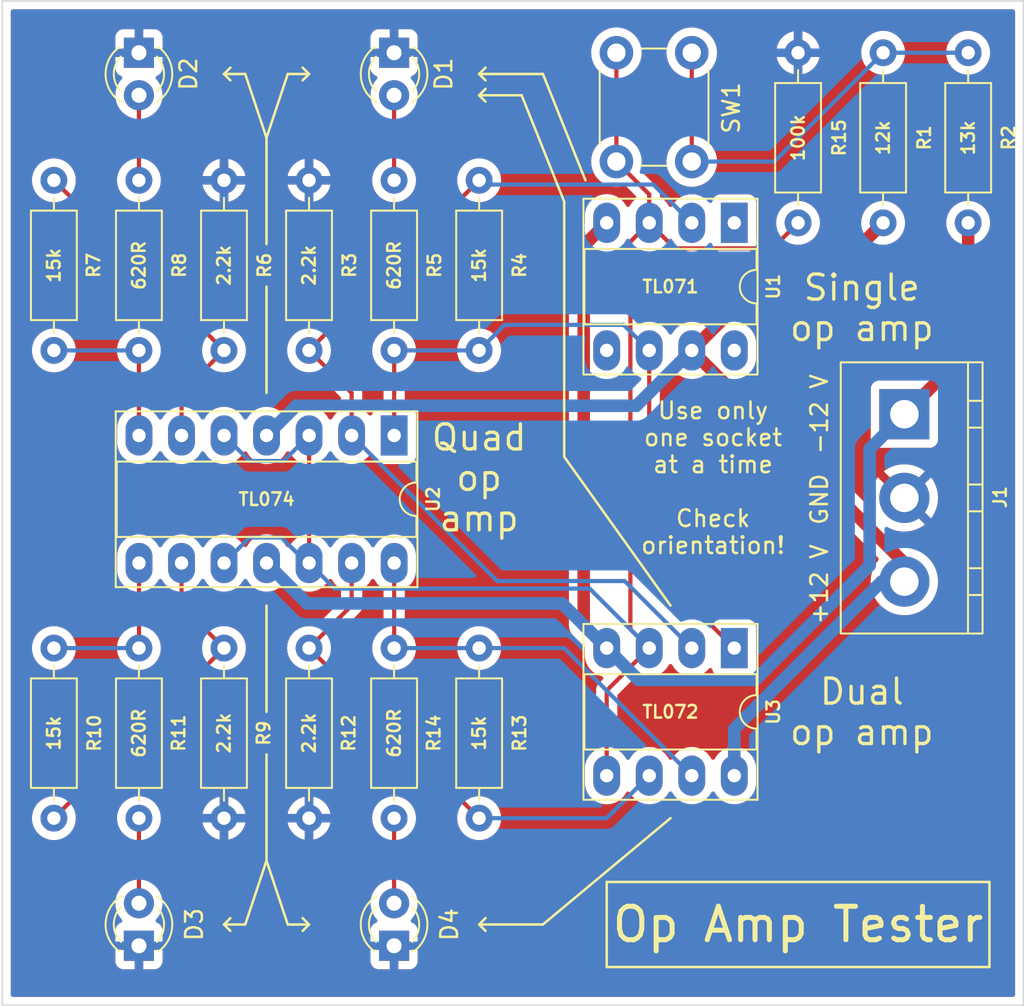
<source format=kicad_pcb>
(kicad_pcb (version 20211014) (generator pcbnew)
  (layers (0 "F.Cu" signal) (31 "B.Cu" signal) (34 "B.Paste" user) (35 "F.Paste" user) (36 "B.SilkS" user "B.Silkscreen") (37 "F.SilkS" user "F.Silkscreen") (38 "B.Mask" user) (39 "F.Mask" user) (44 "Edge.Cuts" user))
  (net 0 "")
  (net 1 "GND")
  (net 2 "Net-(D1-Pad2)")
  (net 3 "Net-(D2-Pad2)")
  (net 4 "Net-(D3-Pad2)")
  (net 5 "Net-(D4-Pad2)")
  (net 6 "+12V")
  (net 7 "-12V")
  (net 8 "INPUT")
  (net 9 "TL074_2")
  (net 10 "TL074_1")
  (net 14 "TL074_13")
  (net 15 "TL074_14")
  (net 16 "Net-(R1-Pad2)")
  (net 17 "Net-(R10-Pad1)")
  (net 18 "Net-(R7-Pad2)")
  (net 19 "Net-(R6-Pad1)")
  (net 20 "Net-(R10-Pad2)")
  (footprint "ao_tht:R_Axial_DIN0207_L6.3mm_D2.5mm_P10.16mm_Horizontal" (layer "F.Cu") (at 137.16 55.88 90)
    (fp_text reference "R8" (at 5.08 2.413 90) (layer "F.SilkS") (effects (font (size 0.75 0.75))))
    (fp_text value "620R")
    (fp_text user "${VALUE}" (at 5.08 0 90) (layer "F.SilkS") (effects (font (size 0.75 0.75))))
    (fp_line (start 1.81 1.37) (end 8.35 1.37) (layer "F.SilkS") (width 0.12))
    (fp_line (start 8.35 1.37) (end 8.35 -1.37) (layer "F.SilkS") (width 0.12))
    (fp_line (start 8.35 -1.37) (end 1.81 -1.37) (layer "F.SilkS") (width 0.12))
    (fp_line (start 1.81 -1.37) (end 1.81 1.37) (layer "F.SilkS") (width 0.12))
    (fp_line (start 1.04 0) (end 1.81 0) (layer "F.SilkS") (width 0.12))
    (fp_line (start 9.12 0) (end 8.35 0) (layer "F.SilkS") (width 0.12))
    (pad "1" thru_hole circle locked (at 0 0 90) (size 1.6 1.6) (drill 0.8) (layers *.Cu *.Mask) (net 18 "Net-(R7-Pad2)"))
    (pad "2" thru_hole oval locked (at 10.16 0 90) (size 1.6 1.6) (drill 0.8) (layers *.Cu *.Mask) (net 3 "Net-(D2-Pad2)"))
  )
  (footprint "ao_tht:R_Axial_DIN0207_L6.3mm_D2.5mm_P10.16mm_Horizontal" (layer "F.Cu") (at 152.4 55.88 90)
    (fp_text reference "R5" (at 5.08 2.413 90) (layer "F.SilkS") (effects (font (size 0.75 0.75))))
    (fp_text value "620R")
    (fp_text user "${VALUE}" (at 5.08 0 90) (layer "F.SilkS") (effects (font (size 0.75 0.75))))
    (fp_line (start 1.04 0) (end 1.81 0) (layer "F.SilkS") (width 0.12))
    (fp_line (start 8.35 -1.37) (end 1.81 -1.37) (layer "F.SilkS") (width 0.12))
    (fp_line (start 8.35 1.37) (end 8.35 -1.37) (layer "F.SilkS") (width 0.12))
    (fp_line (start 9.12 0) (end 8.35 0) (layer "F.SilkS") (width 0.12))
    (fp_line (start 1.81 1.37) (end 8.35 1.37) (layer "F.SilkS") (width 0.12))
    (fp_line (start 1.81 -1.37) (end 1.81 1.37) (layer "F.SilkS") (width 0.12))
    (pad "1" thru_hole circle locked (at 0 0 90) (size 1.6 1.6) (drill 0.8) (layers *.Cu *.Mask) (net 10 "TL074_1"))
    (pad "2" thru_hole oval locked (at 10.16 0 90) (size 1.6 1.6) (drill 0.8) (layers *.Cu *.Mask) (net 2 "Net-(D1-Pad2)"))
  )
  (footprint "ao_tht:DIP-14_W7.62mm_Socket_LongPads" (layer "F.Cu") (at 152.405 60.96 -90)
    (fp_text reference "U2" (at 3.81 -2.33 90) (layer "F.SilkS") (effects (font (size 0.75 0.75))))
    (fp_text value "TL074")
    (fp_text user "${VALUE}" (at 3.81 7.62) (layer "F.SilkS") (effects (font (size 0.75 0.75))))
    (fp_line (start -1.44 16.63) (end 9.06 16.63) (layer "F.SilkS") (width 0.12))
    (fp_line (start 9.06 -1.39) (end -1.44 -1.39) (layer "F.SilkS") (width 0.12))
    (fp_line (start 1.56 16.57) (end 6.06 16.57) (layer "F.SilkS") (width 0.12))
    (fp_line (start 2.81 -1.33) (end 1.56 -1.33) (layer "F.SilkS") (width 0.12))
    (fp_line (start 9.06 16.63) (end 9.06 -1.39) (layer "F.SilkS") (width 0.12))
    (fp_line (start 1.56 -1.33) (end 1.56 16.57) (layer "F.SilkS") (width 0.12))
    (fp_line (start -1.44 -1.39) (end -1.44 16.63) (layer "F.SilkS") (width 0.12))
    (fp_line (start 6.06 -1.33) (end 4.81 -1.33) (layer "F.SilkS") (width 0.12))
    (fp_line (start 6.06 16.57) (end 6.06 -1.33) (layer "F.SilkS") (width 0.12))
    (fp_arc (start 4.81 -1.33) (mid 3.81 -0.33) (end 2.81 -1.33) (layer "F.SilkS") (width 0.12))
    (pad "1" thru_hole rect locked (at 0 0 270) (size 2.4 1.6) (drill 0.8) (layers *.Cu *.Mask) (net 10 "TL074_1"))
    (pad "2" thru_hole oval locked (at 0 2.54 270) (size 2.4 1.6) (drill 0.8) (layers *.Cu *.Mask) (net 9 "TL074_2"))
    (pad "3" thru_hole oval locked (at 0 5.08 270) (size 2.4 1.6) (drill 0.8) (layers *.Cu *.Mask) (net 8 "INPUT"))
    (pad "4" thru_hole oval locked (at 0 7.62 270) (size 2.4 1.6) (drill 0.8) (layers *.Cu *.Mask) (net 6 "+12V"))
    (pad "5" thru_hole oval locked (at 0 10.16 270) (size 2.4 1.6) (drill 0.8) (layers *.Cu *.Mask) (net 8 "INPUT"))
    (pad "6" thru_hole oval locked (at 0 12.7 270) (size 2.4 1.6) (drill 0.8) (layers *.Cu *.Mask) (net 19 "Net-(R6-Pad1)"))
    (pad "7" thru_hole oval locked (at 0 15.24 270) (size 2.4 1.6) (drill 0.8) (layers *.Cu *.Mask) (net 18 "Net-(R7-Pad2)"))
    (pad "8" thru_hole oval locked (at 7.62 15.24 270) (size 2.4 1.6) (drill 0.8) (layers *.Cu *.Mask) (net 20 "Net-(R10-Pad2)"))
    (pad "9" thru_hole oval locked (at 7.62 12.7 270) (size 2.4 1.6) (drill 0.8) (layers *.Cu *.Mask) (net 17 "Net-(R10-Pad1)"))
    (pad "10" thru_hole oval locked (at 7.62 10.16 270) (size 2.4 1.6) (drill 0.8) (layers *.Cu *.Mask) (net 8 "INPUT"))
    (pad "11" thru_hole oval locked (at 7.62 7.62 270) (size 2.4 1.6) (drill 0.8) (layers *.Cu *.Mask) (net 7 "-12V"))
    (pad "12" thru_hole oval locked (at 7.62 5.08 270) (size 2.4 1.6) (drill 0.8) (layers *.Cu *.Mask) (net 8 "INPUT"))
    (pad "13" thru_hole oval locked (at 7.62 2.54 270) (size 2.4 1.6) (drill 0.8) (layers *.Cu *.Mask) (net 14 "TL074_13"))
    (pad "14" thru_hole oval locked (at 7.62 0 270) (size 2.4 1.6) (drill 0.8) (layers *.Cu *.Mask) (net 15 "TL074_14"))
  )
  (footprint "ao_tht:R_Axial_DIN0207_L6.3mm_D2.5mm_P10.16mm_Horizontal" (layer "F.Cu") (at 132.08 83.82 90)
    (fp_text reference "R10" (at 5.08 2.413 90) (layer "F.SilkS") (effects (font (size 0.75 0.75))))
    (fp_text value "15k")
    (fp_text user "${VALUE}" (at 5.08 0 90) (layer "F.SilkS") (effects (font (size 0.75 0.75))))
    (fp_line (start 8.35 1.37) (end 8.35 -1.37) (layer "F.SilkS") (width 0.12))
    (fp_line (start 8.35 -1.37) (end 1.81 -1.37) (layer "F.SilkS") (width 0.12))
    (fp_line (start 1.04 0) (end 1.81 0) (layer "F.SilkS") (width 0.12))
    (fp_line (start 9.12 0) (end 8.35 0) (layer "F.SilkS") (width 0.12))
    (fp_line (start 1.81 -1.37) (end 1.81 1.37) (layer "F.SilkS") (width 0.12))
    (fp_line (start 1.81 1.37) (end 8.35 1.37) (layer "F.SilkS") (width 0.12))
    (pad "1" thru_hole circle locked (at 0 0 90) (size 1.6 1.6) (drill 0.8) (layers *.Cu *.Mask) (net 17 "Net-(R10-Pad1)"))
    (pad "2" thru_hole oval locked (at 10.16 0 90) (size 1.6 1.6) (drill 0.8) (layers *.Cu *.Mask) (net 20 "Net-(R10-Pad2)"))
  )
  (footprint "ao_tht:R_Axial_DIN0207_L6.3mm_D2.5mm_P10.16mm_Horizontal" (layer "F.Cu") (at 147.32 73.66 -90)
    (fp_text reference "R12" (at 5.08 -2.37 90) (layer "F.SilkS") (effects (font (size 0.75 0.75))))
    (fp_text value "2.2k")
    (fp_text user "${VALUE}" (at 5.08 0 90) (layer "F.SilkS") (effects (font (size 0.75 0.75))))
    (fp_line (start 1.81 -1.37) (end 1.81 1.37) (layer "F.SilkS") (width 0.12))
    (fp_line (start 8.35 -1.37) (end 1.81 -1.37) (layer "F.SilkS") (width 0.12))
    (fp_line (start 9.12 0) (end 8.35 0) (layer "F.SilkS") (width 0.12))
    (fp_line (start 1.04 0) (end 1.81 0) (layer "F.SilkS") (width 0.12))
    (fp_line (start 1.81 1.37) (end 8.35 1.37) (layer "F.SilkS") (width 0.12))
    (fp_line (start 8.35 1.37) (end 8.35 -1.37) (layer "F.SilkS") (width 0.12))
    (pad "1" thru_hole circle locked (at 0 0 270) (size 1.6 1.6) (drill 0.8) (layers *.Cu *.Mask) (net 14 "TL074_13"))
    (pad "2" thru_hole oval locked (at 10.16 0 270) (size 1.6 1.6) (drill 0.8) (layers *.Cu *.Mask) (net 1 "GND"))
  )
  (footprint "ao_tht:DIP-8_W7.62mm_Socket_LongPads" (layer "F.Cu") (at 172.72 48.26 -90)
    (fp_text reference "U1" (at 3.81 -2.33 90) (layer "F.SilkS") (effects (font (size 0.75 0.75))))
    (fp_text value "TL071")
    (fp_text user "${VALUE}" (at 3.81 3.81) (layer "F.SilkS") (effects (font (size 0.75 0.75))))
    (fp_line (start 9.06 9.01) (end 9.06 -1.39) (layer "F.SilkS") (width 0.12))
    (fp_line (start 6.06 -1.33) (end 4.81 -1.33) (layer "F.SilkS") (width 0.12))
    (fp_line (start 9.06 -1.39) (end -1.44 -1.39) (layer "F.SilkS") (width 0.12))
    (fp_line (start -1.44 -1.39) (end -1.44 9.01) (layer "F.SilkS") (width 0.12))
    (fp_line (start -1.44 9.01) (end 9.06 9.01) (layer "F.SilkS") (width 0.12))
    (fp_line (start 1.56 8.95) (end 6.06 8.95) (layer "F.SilkS") (width 0.12))
    (fp_line (start 1.56 -1.33) (end 1.56 8.95) (layer "F.SilkS") (width 0.12))
    (fp_line (start 2.81 -1.33) (end 1.56 -1.33) (layer "F.SilkS") (width 0.12))
    (fp_line (start 6.06 8.95) (end 6.06 -1.33) (layer "F.SilkS") (width 0.12))
    (fp_arc (start 4.81 -1.33) (mid 3.81 -0.33) (end 2.81 -1.33) (layer "F.SilkS") (width 0.12))
    (pad "1" thru_hole rect locked (at 0 0 270) (size 2.4 1.6) (drill 0.8) (layers *.Cu *.Mask))
    (pad "2" thru_hole oval locked (at 0 2.54 270) (size 2.4 1.6) (drill 0.8) (layers *.Cu *.Mask) (net 9 "TL074_2"))
    (pad "3" thru_hole oval locked (at 0 5.08 270) (size 2.4 1.6) (drill 0.8) (layers *.Cu *.Mask) (net 8 "INPUT"))
    (pad "4" thru_hole oval locked (at 0 7.62 270) (size 2.4 1.6) (drill 0.8) (layers *.Cu *.Mask) (net 7 "-12V"))
    (pad "5" thru_hole oval locked (at 7.62 7.62 270) (size 2.4 1.6) (drill 0.8) (layers *.Cu *.Mask))
    (pad "6" thru_hole oval locked (at 7.62 5.08 270) (size 2.4 1.6) (drill 0.8) (layers *.Cu *.Mask) (net 10 "TL074_1"))
    (pad "7" thru_hole oval locked (at 7.62 2.54 270) (size 2.4 1.6) (drill 0.8) (layers *.Cu *.Mask) (net 6 "+12V"))
    (pad "8" thru_hole oval locked (at 7.62 0 270) (size 2.4 1.6) (drill 0.8) (layers *.Cu *.Mask))
  )
  (footprint "ao_tht:R_Axial_DIN0207_L6.3mm_D2.5mm_P10.16mm_Horizontal" (layer "F.Cu") (at 186.69 38.1 -90)
    (fp_text reference "R2" (at 5.08 -2.413 90) (layer "F.SilkS") (effects (font (size 0.75 0.75))))
    (fp_text value "13k")
    (fp_text user "${VALUE}" (at 5.08 0 90) (layer "F.SilkS") (effects (font (size 0.75 0.75))))
    (fp_line (start 1.04 0) (end 1.81 0) (layer "F.SilkS") (width 0.12))
    (fp_line (start 1.81 -1.37) (end 1.81 1.37) (layer "F.SilkS") (width 0.12))
    (fp_line (start 9.12 0) (end 8.35 0) (layer "F.SilkS") (width 0.12))
    (fp_line (start 8.35 1.37) (end 8.35 -1.37) (layer "F.SilkS") (width 0.12))
    (fp_line (start 8.35 -1.37) (end 1.81 -1.37) (layer "F.SilkS") (width 0.12))
    (fp_line (start 1.81 1.37) (end 8.35 1.37) (layer "F.SilkS") (width 0.12))
    (pad "1" thru_hole circle locked (at 0 0 270) (size 1.6 1.6) (drill 0.8) (layers *.Cu *.Mask) (net 16 "Net-(R1-Pad2)"))
    (pad "2" thru_hole oval locked (at 10.16 0 270) (size 1.6 1.6) (drill 0.8) (layers *.Cu *.Mask) (net 7 "-12V"))
  )
  (footprint "ao_tht:R_Axial_DIN0207_L6.3mm_D2.5mm_P10.16mm_Horizontal" (layer "F.Cu") (at 157.48 83.82 90)
    (fp_text reference "R13" (at 5.08 2.413 90) (layer "F.SilkS") (effects (font (size 0.75 0.75))))
    (fp_text value "15k")
    (fp_text user "${VALUE}" (at 5.08 0 90) (layer "F.SilkS") (effects (font (size 0.75 0.75))))
    (fp_line (start 1.04 0) (end 1.81 0) (layer "F.SilkS") (width 0.12))
    (fp_line (start 1.81 -1.37) (end 1.81 1.37) (layer "F.SilkS") (width 0.12))
    (fp_line (start 8.35 1.37) (end 8.35 -1.37) (layer "F.SilkS") (width 0.12))
    (fp_line (start 9.12 0) (end 8.35 0) (layer "F.SilkS") (width 0.12))
    (fp_line (start 8.35 -1.37) (end 1.81 -1.37) (layer "F.SilkS") (width 0.12))
    (fp_line (start 1.81 1.37) (end 8.35 1.37) (layer "F.SilkS") (width 0.12))
    (pad "1" thru_hole circle locked (at 0 0 90) (size 1.6 1.6) (drill 0.8) (layers *.Cu *.Mask) (net 14 "TL074_13"))
    (pad "2" thru_hole oval locked (at 10.16 0 90) (size 1.6 1.6) (drill 0.8) (layers *.Cu *.Mask) (net 15 "TL074_14"))
  )
  (footprint "ao_tht:R_Axial_DIN0207_L6.3mm_D2.5mm_P10.16mm_Horizontal" (layer "F.Cu") (at 137.16 73.66 -90)
    (fp_text reference "R11" (at 5.08 -2.37 90) (layer "F.SilkS") (effects (font (size 0.75 0.75))))
    (fp_text value "620R")
    (fp_text user "${VALUE}" (at 5.08 0 90) (layer "F.SilkS") (effects (font (size 0.75 0.75))))
    (fp_line (start 8.35 -1.37) (end 1.81 -1.37) (layer "F.SilkS") (width 0.12))
    (fp_line (start 1.81 1.37) (end 8.35 1.37) (layer "F.SilkS") (width 0.12))
    (fp_line (start 1.04 0) (end 1.81 0) (layer "F.SilkS") (width 0.12))
    (fp_line (start 8.35 1.37) (end 8.35 -1.37) (layer "F.SilkS") (width 0.12))
    (fp_line (start 1.81 -1.37) (end 1.81 1.37) (layer "F.SilkS") (width 0.12))
    (fp_line (start 9.12 0) (end 8.35 0) (layer "F.SilkS") (width 0.12))
    (pad "1" thru_hole circle locked (at 0 0 270) (size 1.6 1.6) (drill 0.8) (layers *.Cu *.Mask) (net 20 "Net-(R10-Pad2)"))
    (pad "2" thru_hole oval locked (at 10.16 0 270) (size 1.6 1.6) (drill 0.8) (layers *.Cu *.Mask) (net 4 "Net-(D3-Pad2)"))
  )
  (footprint "LED_THT:LED_D3.0mm" (layer "F.Cu") (at 137.16 91.44 90)
    (fp_text reference "D3" (at 1.27 3.302 90) (layer "F.SilkS"))
    (fp_text value "LED_red")
    (fp_line (start -0.29 1.08) (end -0.29 1.236) (layer "F.SilkS") (width 0.12))
    (fp_line (start -0.29 -1.236) (end -0.29 -1.08) (layer "F.SilkS") (width 0.12))
    (fp_arc (start 0.229039 -1.08) (mid 1.270117 -1.5) (end 2.31113 -1.079837) (layer "F.SilkS") (width 0.12))
    (fp_arc (start 2.942335 1.078608) (mid 1.366487 1.987659) (end -0.29 1.235516) (layer "F.SilkS") (width 0.12))
    (fp_arc (start -0.29 -1.235516) (mid 1.366487 -1.987659) (end 2.942335 -1.078608) (layer "F.SilkS") (width 0.12))
    (fp_arc (start 2.31113 1.079837) (mid 1.270117 1.5) (end 0.229039 1.08) (layer "F.SilkS") (width 0.12))
    (pad "1" thru_hole rect locked (at 0 0 90) (size 1.8 1.8) (drill 0.9) (layers *.Cu *.Mask) (net 1 "GND"))
    (pad "2" thru_hole circle locked (at 2.54 0 90) (size 1.8 1.8) (drill 0.9) (layers *.Cu *.Mask) (net 4 "Net-(D3-Pad2)"))
  )
  (footprint "ao_tht:R_Axial_DIN0207_L6.3mm_D2.5mm_P10.16mm_Horizontal" (layer "F.Cu") (at 142.24 55.88 90)
    (fp_text reference "R6" (at 5.08 2.413 90) (layer "F.SilkS") (effects (font (size 0.75 0.75))))
    (fp_text value "2.2k")
    (fp_text user "${VALUE}" (at 5.08 0 90) (layer "F.SilkS") (effects (font (size 0.75 0.75))))
    (fp_line (start 8.35 1.37) (end 8.35 -1.37) (layer "F.SilkS") (width 0.12))
    (fp_line (start 8.35 -1.37) (end 1.81 -1.37) (layer "F.SilkS") (width 0.12))
    (fp_line (start 1.81 -1.37) (end 1.81 1.37) (layer "F.SilkS") (width 0.12))
    (fp_line (start 9.12 0) (end 8.35 0) (layer "F.SilkS") (width 0.12))
    (fp_line (start 1.81 1.37) (end 8.35 1.37) (layer "F.SilkS") (width 0.12))
    (fp_line (start 1.04 0) (end 1.81 0) (layer "F.SilkS") (width 0.12))
    (pad "1" thru_hole circle locked (at 0 0 90) (size 1.6 1.6) (drill 0.8) (layers *.Cu *.Mask) (net 19 "Net-(R6-Pad1)"))
    (pad "2" thru_hole oval locked (at 10.16 0 90) (size 1.6 1.6) (drill 0.8) (layers *.Cu *.Mask) (net 1 "GND"))
  )
  (footprint "ao_tht:R_Axial_DIN0207_L6.3mm_D2.5mm_P10.16mm_Horizontal" (layer "F.Cu") (at 181.61 48.26 90)
    (fp_text reference "R1" (at 5.08 2.456 90) (layer "F.SilkS") (effects (font (size 0.75 0.75))))
    (fp_text value "12k")
    (fp_text user "${VALUE}" (at 5.08 0 90) (layer "F.SilkS") (effects (font (size 0.75 0.75))))
    (fp_line (start 8.35 -1.37) (end 1.81 -1.37) (layer "F.SilkS") (width 0.12))
    (fp_line (start 9.12 0) (end 8.35 0) (layer "F.SilkS") (width 0.12))
    (fp_line (start 1.04 0) (end 1.81 0) (layer "F.SilkS") (width 0.12))
    (fp_line (start 1.81 1.37) (end 8.35 1.37) (layer "F.SilkS") (width 0.12))
    (fp_line (start 1.81 -1.37) (end 1.81 1.37) (layer "F.SilkS") (width 0.12))
    (fp_line (start 8.35 1.37) (end 8.35 -1.37) (layer "F.SilkS") (width 0.12))
    (pad "1" thru_hole circle locked (at 0 0 90) (size 1.6 1.6) (drill 0.8) (layers *.Cu *.Mask) (net 6 "+12V"))
    (pad "2" thru_hole oval locked (at 10.16 0 90) (size 1.6 1.6) (drill 0.8) (layers *.Cu *.Mask) (net 16 "Net-(R1-Pad2)"))
  )
  (footprint "ao_tht:DIP-8_W7.62mm_Socket_LongPads" (layer "F.Cu") (at 172.72 73.66 -90)
    (fp_text reference "U3" (at 3.81 -2.33 90) (layer "F.SilkS") (effects (font (size 0.75 0.75))))
    (fp_text value "TL072")
    (fp_text user "${VALUE}" (at 3.81 3.81) (layer "F.SilkS") (effects (font (size 0.75 0.75))))
    (fp_line (start 2.81 -1.33) (end 1.56 -1.33) (layer "F.SilkS") (width 0.12))
    (fp_line (start 1.56 8.95) (end 6.06 8.95) (layer "F.SilkS") (width 0.12))
    (fp_line (start -1.44 9.01) (end 9.06 9.01) (layer "F.SilkS") (width 0.12))
    (fp_line (start -1.44 -1.39) (end -1.44 9.01) (layer "F.SilkS") (width 0.12))
    (fp_line (start 9.06 -1.39) (end -1.44 -1.39) (layer "F.SilkS") (width 0.12))
    (fp_line (start 6.06 8.95) (end 6.06 -1.33) (layer "F.SilkS") (width 0.12))
    (fp_line (start 6.06 -1.33) (end 4.81 -1.33) (layer "F.SilkS") (width 0.12))
    (fp_line (start 9.06 9.01) (end 9.06 -1.39) (layer "F.SilkS") (width 0.12))
    (fp_line (start 1.56 -1.33) (end 1.56 8.95) (layer "F.SilkS") (width 0.12))
    (fp_arc (start 4.81 -1.33) (mid 3.81 -0.33) (end 2.81 -1.33) (layer "F.SilkS") (width 0.12))
    (pad "1" thru_hole rect locked (at 0 0 270) (size 2.4 1.6) (drill 0.8) (layers *.Cu *.Mask) (net 10 "TL074_1"))
    (pad "2" thru_hole oval locked (at 0 2.54 270) (size 2.4 1.6) (drill 0.8) (layers *.Cu *.Mask) (net 9 "TL074_2"))
    (pad "3" thru_hole oval locked (at 0 5.08 270) (size 2.4 1.6) (drill 0.8) (layers *.Cu *.Mask) (net 8 "INPUT"))
    (pad "4" thru_hole oval locked (at 0 7.62 270) (size 2.4 1.6) (drill 0.8) (layers *.Cu *.Mask) (net 7 "-12V"))
    (pad "5" thru_hole oval locked (at 7.62 7.62 270) (size 2.4 1.6) (drill 0.8) (layers *.Cu *.Mask) (net 8 "INPUT"))
    (pad "6" thru_hole oval locked (at 7.62 5.08 270) (size 2.4 1.6) (drill 0.8) (layers *.Cu *.Mask) (net 14 "TL074_13"))
    (pad "7" thru_hole oval locked (at 7.62 2.54 270) (size 2.4 1.6) (drill 0.8) (layers *.Cu *.Mask) (net 15 "TL074_14"))
    (pad "8" thru_hole oval locked (at 7.62 0 270) (size 2.4 1.6) (drill 0.8) (layers *.Cu *.Mask) (net 6 "+12V"))
  )
  (footprint "ao_tht:R_Axial_DIN0207_L6.3mm_D2.5mm_P10.16mm_Horizontal" (layer "F.Cu") (at 152.4 73.66 -90)
    (fp_text reference "R14" (at 5.08 -2.37 90) (layer "F.SilkS") (effects (font (size 0.75 0.75))))
    (fp_text value "620R")
    (fp_text user "${VALUE}" (at 5.08 0 90) (layer "F.SilkS") (effects (font (size 0.75 0.75))))
    (fp_line (start 8.35 -1.37) (end 1.81 -1.37) (layer "F.SilkS") (width 0.12))
    (fp_line (start 1.04 0) (end 1.81 0) (layer "F.SilkS") (width 0.12))
    (fp_line (start 1.81 -1.37) (end 1.81 1.37) (layer "F.SilkS") (width 0.12))
    (fp_line (start 1.81 1.37) (end 8.35 1.37) (layer "F.SilkS") (width 0.12))
    (fp_line (start 9.12 0) (end 8.35 0) (layer "F.SilkS") (width 0.12))
    (fp_line (start 8.35 1.37) (end 8.35 -1.37) (layer "F.SilkS") (width 0.12))
    (pad "1" thru_hole circle locked (at 0 0 270) (size 1.6 1.6) (drill 0.8) (layers *.Cu *.Mask) (net 15 "TL074_14"))
    (pad "2" thru_hole oval locked (at 10.16 0 270) (size 1.6 1.6) (drill 0.8) (layers *.Cu *.Mask) (net 5 "Net-(D4-Pad2)"))
  )
  (footprint "ao_tht:R_Axial_DIN0207_L6.3mm_D2.5mm_P10.16mm_Horizontal" (layer "F.Cu") (at 147.32 55.88 90)
    (fp_text reference "R3" (at 5.08 2.413 90) (layer "F.SilkS") (effects (font (size 0.75 0.75))))
    (fp_text value "2.2k")
    (fp_text user "${VALUE}" (at 5.08 0 90) (layer "F.SilkS") (effects (font (size 0.75 0.75))))
    (fp_line (start 1.04 0) (end 1.81 0) (layer "F.SilkS") (width 0.12))
    (fp_line (start 8.35 1.37) (end 8.35 -1.37) (layer "F.SilkS") (width 0.12))
    (fp_line (start 1.81 1.37) (end 8.35 1.37) (layer "F.SilkS") (width 0.12))
    (fp_line (start 1.81 -1.37) (end 1.81 1.37) (layer "F.SilkS") (width 0.12))
    (fp_line (start 9.12 0) (end 8.35 0) (layer "F.SilkS") (width 0.12))
    (fp_line (start 8.35 -1.37) (end 1.81 -1.37) (layer "F.SilkS") (width 0.12))
    (pad "1" thru_hole circle locked (at 0 0 90) (size 1.6 1.6) (drill 0.8) (layers *.Cu *.Mask) (net 9 "TL074_2"))
    (pad "2" thru_hole oval locked (at 10.16 0 90) (size 1.6 1.6) (drill 0.8) (layers *.Cu *.Mask) (net 1 "GND"))
  )
  (footprint "ao_tht:R_Axial_DIN0207_L6.3mm_D2.5mm_P10.16mm_Horizontal" (layer "F.Cu") (at 157.48 45.72 -90)
    (fp_text reference "R4" (at 5.08 -2.413 90) (layer "F.SilkS") (effects (font (size 0.75 0.75))))
    (fp_text value "15k")
    (fp_text user "${VALUE}" (at 5.08 0 90) (layer "F.SilkS") (effects (font (size 0.75 0.75))))
    (fp_line (start 9.12 0) (end 8.35 0) (layer "F.SilkS") (width 0.12))
    (fp_line (start 1.81 1.37) (end 8.35 1.37) (layer "F.SilkS") (width 0.12))
    (fp_line (start 8.35 -1.37) (end 1.81 -1.37) (layer "F.SilkS") (width 0.12))
    (fp_line (start 1.81 -1.37) (end 1.81 1.37) (layer "F.SilkS") (width 0.12))
    (fp_line (start 1.04 0) (end 1.81 0) (layer "F.SilkS") (width 0.12))
    (fp_line (start 8.35 1.37) (end 8.35 -1.37) (layer "F.SilkS") (width 0.12))
    (pad "1" thru_hole circle locked (at 0 0 270) (size 1.6 1.6) (drill 0.8) (layers *.Cu *.Mask) (net 9 "TL074_2"))
    (pad "2" thru_hole oval locked (at 10.16 0 270) (size 1.6 1.6) (drill 0.8) (layers *.Cu *.Mask) (net 10 "TL074_1"))
  )
  (footprint "ao_tht:R_Axial_DIN0207_L6.3mm_D2.5mm_P10.16mm_Horizontal" (layer "F.Cu") (at 176.53 48.26 90)
    (fp_text reference "R15" (at 5.08 2.456 90) (layer "F.SilkS") (effects (font (size 0.75 0.75))))
    (fp_text value "100k")
    (fp_text user "${VALUE}" (at 5.08 0 90) (layer "F.SilkS") (effects (font (size 0.75 0.75))))
    (fp_line (start 8.35 1.37) (end 8.35 -1.37) (layer "F.SilkS") (width 0.12))
    (fp_line (start 1.81 -1.37) (end 1.81 1.37) (layer "F.SilkS") (width 0.12))
    (fp_line (start 9.12 0) (end 8.35 0) (layer "F.SilkS") (width 0.12))
    (fp_line (start 1.81 1.37) (end 8.35 1.37) (layer "F.SilkS") (width 0.12))
    (fp_line (start 8.35 -1.37) (end 1.81 -1.37) (layer "F.SilkS") (width 0.12))
    (fp_line (start 1.04 0) (end 1.81 0) (layer "F.SilkS") (width 0.12))
    (pad "1" thru_hole circle locked (at 0 0 90) (size 1.6 1.6) (drill 0.8) (layers *.Cu *.Mask) (net 8 "INPUT"))
    (pad "2" thru_hole oval locked (at 10.16 0 90) (size 1.6 1.6) (drill 0.8) (layers *.Cu *.Mask) (net 1 "GND"))
  )
  (footprint "ao_tht:R_Axial_DIN0207_L6.3mm_D2.5mm_P10.16mm_Horizontal" (layer "F.Cu") (at 142.24 73.66 -90)
    (fp_text reference "R9" (at 5.08 -2.37 90) (layer "F.SilkS") (effects (font (size 0.75 0.75))))
    (fp_text value "2.2k")
    (fp_text user "${VALUE}" (at 5.08 0 90) (layer "F.SilkS") (effects (font (size 0.75 0.75))))
    (fp_line (start 1.81 -1.37) (end 1.81 1.37) (layer "F.SilkS") (width 0.12))
    (fp_line (start 8.35 1.37) (end 8.35 -1.37) (layer "F.SilkS") (width 0.12))
    (fp_line (start 9.12 0) (end 8.35 0) (layer "F.SilkS") (width 0.12))
    (fp_line (start 8.35 -1.37) (end 1.81 -1.37) (layer "F.SilkS") (width 0.12))
    (fp_line (start 1.04 0) (end 1.81 0) (layer "F.SilkS") (width 0.12))
    (fp_line (start 1.81 1.37) (end 8.35 1.37) (layer "F.SilkS") (width 0.12))
    (pad "1" thru_hole circle locked (at 0 0 270) (size 1.6 1.6) (drill 0.8) (layers *.Cu *.Mask) (net 17 "Net-(R10-Pad1)"))
    (pad "2" thru_hole oval locked (at 10.16 0 270) (size 1.6 1.6) (drill 0.8) (layers *.Cu *.Mask) (net 1 "GND"))
  )
  (footprint "LED_THT:LED_D3.0mm" (layer "F.Cu") (at 152.4 38.1 -90)
    (fp_text reference "D1" (at 1.27 -2.96 90) (layer "F.SilkS"))
    (fp_text value "LED_red")
    (fp_line (start -0.29 1.08) (end -0.29 1.236) (layer "F.SilkS") (width 0.12))
    (fp_line (start -0.29 -1.236) (end -0.29 -1.08) (layer "F.SilkS") (width 0.12))
    (fp_arc (start 0.229039 -1.08) (mid 1.270117 -1.5) (end 2.31113 -1.079837) (layer "F.SilkS") (width 0.12))
    (fp_arc (start 2.31113 1.079837) (mid 1.270117 1.5) (end 0.229039 1.08) (layer "F.SilkS") (width 0.12))
    (fp_arc (start -0.29 -1.235516) (mid 1.366487 -1.987659) (end 2.942335 -1.078608) (layer "F.SilkS") (width 0.12))
    (fp_arc (start 2.942335 1.078608) (mid 1.366487 1.987659) (end -0.29 1.235516) (layer "F.SilkS") (width 0.12))
    (pad "1" thru_hole rect locked (at 0 0 270) (size 1.8 1.8) (drill 0.9) (layers *.Cu *.Mask) (net 1 "GND"))
    (pad "2" thru_hole circle locked (at 2.54 0 270) (size 1.8 1.8) (drill 0.9) (layers *.Cu *.Mask) (net 2 "Net-(D1-Pad2)"))
  )
  (footprint "ao_tht:R_Axial_DIN0207_L6.3mm_D2.5mm_P10.16mm_Horizontal" (layer "F.Cu") (at 132.08 45.72 -90)
    (fp_text reference "R7" (at 5.08 -2.37 90) (layer "F.SilkS") (effects (font (size 0.75 0.75))))
    (fp_text value "15k")
    (fp_text user "${VALUE}" (at 5.08 0 90) (layer "F.SilkS") (effects (font (size 0.75 0.75))))
    (fp_line (start 8.35 -1.37) (end 1.81 -1.37) (layer "F.SilkS") (width 0.12))
    (fp_line (start 8.35 1.37) (end 8.35 -1.37) (layer "F.SilkS") (width 0.12))
    (fp_line (start 9.12 0) (end 8.35 0) (layer "F.SilkS") (width 0.12))
    (fp_line (start 1.04 0) (end 1.81 0) (layer "F.SilkS") (width 0.12))
    (fp_line (start 1.81 1.37) (end 8.35 1.37) (layer "F.SilkS") (width 0.12))
    (fp_line (start 1.81 -1.37) (end 1.81 1.37) (layer "F.SilkS") (width 0.12))
    (pad "1" thru_hole circle locked (at 0 0 270) (size 1.6 1.6) (drill 0.8) (layers *.Cu *.Mask) (net 19 "Net-(R6-Pad1)"))
    (pad "2" thru_hole oval locked (at 10.16 0 270) (size 1.6 1.6) (drill 0.8) (layers *.Cu *.Mask) (net 18 "Net-(R7-Pad2)"))
  )
  (footprint "ao_tht:TerminalBlock_dinkle_pluggable_3_P5.00mm" (layer "F.Cu") (at 182.88 59.69 -90)
    (fp_text reference "J1" (at 4.953 -5.715 -90) (layer "F.SilkS") (effects (font (size 0.75 0.75))))
    (fp_text value "Screw_Terminal_01x03")
    (fp_line (start -3.1 -4.67) (end 13.1 -4.67) (layer "F.SilkS") (width 0.12))
    (fp_line (start -0.6 -3.8) (end 0.6 -3.8) (layer "F.SilkS") (width 0.12))
    (fp_line (start 10.8 -3.8) (end 10.8 -4.6) (layer "F.SilkS") (width 0.12))
    (fp_line (start 13.1 3.8) (end 13.1 -4.67) (layer "F.SilkS") (width 0.12))
    (fp_line (start 4.2 -3.8) (end 4.2 -4.6) (layer "F.SilkS") (width 0.12))
    (fp_line (start 9.2 -3.8) (end 9.2 -4.6) (layer "F.SilkS") (width 0.12))
    (fp_line (start -3.1 3.8) (end 13.1 3.8) (layer "F.SilkS") (width 0.12))
    (fp_line (start -3.1 -4.67) (end -3.1 3.8) (layer "F.SilkS") (width 0.12))
    (fp_line (start 5.8 -3.8) (end 5.8 -4.6) (layer "F.SilkS") (width 0.12))
    (fp_line (start 0.8 -3.8) (end 0.8 -4.6) (layer "F.SilkS") (width 0.12))
    (fp_line (start -3.1 -3.8) (end 13.1 -3.8) (layer "F.SilkS") (width 0.12))
    (fp_line (start -0.8 -4.6) (end -0.8 -3.8) (layer "F.SilkS") (width 0.12))
    (pad "1" thru_hole rect (at 0 0 270) (size 3 3) (drill 1.7) (layers *.Cu *.Mask) (net 7 "-12V"))
    (pad "2" thru_hole circle (at 5 0 270) (size 3 3) (drill 1.7) (layers *.Cu *.Mask) (net 1 "GND"))
    (pad "3" thru_hole circle (at 10 0 270) (size 3 3) (drill 1.7) (layers *.Cu *.Mask) (net 6 "+12V"))
  )
  (footprint "LED_THT:LED_D3.0mm" (layer "F.Cu") (at 152.4 91.44 90)
    (fp_text reference "D4" (at 1.27 3.302 90) (layer "F.SilkS"))
    (fp_text value "LED_red")
    (fp_line (start -0.29 -1.236) (end -0.29 -1.08) (layer "F.SilkS") (width 0.12))
    (fp_line (start -0.29 1.08) (end -0.29 1.236) (layer "F.SilkS") (width 0.12))
    (fp_arc (start 0.229039 -1.08) (mid 1.270117 -1.5) (end 2.31113 -1.079837) (layer "F.SilkS") (width 0.12))
    (fp_arc (start -0.29 -1.235516) (mid 1.366487 -1.987659) (end 2.942335 -1.078608) (layer "F.SilkS") (width 0.12))
    (fp_arc (start 2.942335 1.078608) (mid 1.366487 1.987659) (end -0.29 1.235516) (layer "F.SilkS") (width 0.12))
    (fp_arc (start 2.31113 1.079837) (mid 1.270117 1.5) (end 0.229039 1.08) (layer "F.SilkS") (width 0.12))
    (pad "1" thru_hole rect locked (at 0 0 90) (size 1.8 1.8) (drill 0.9) (layers *.Cu *.Mask) (net 1 "GND"))
    (pad "2" thru_hole circle locked (at 2.54 0 90) (size 1.8 1.8) (drill 0.9) (layers *.Cu *.Mask) (net 5 "Net-(D4-Pad2)"))
  )
  (footprint "Button_Switch_THT:SW_PUSH_6mm" (layer "F.Cu") (at 170.18 38.1 -90)
    (fp_text reference "SW1" (at 3.302 -2.358 90) (layer "F.SilkS"))
    (fp_text value "SW_Push")
    (fp_line (start -0.25 1.5) (end -0.25 3) (layer "F.SilkS") (width 0.12))
    (fp_line (start 5.5 -1) (end 1 -1) (layer "F.SilkS") (width 0.12))
    (fp_line (start 6.75 3) (end 6.75 1.5) (layer "F.SilkS") (width 0.12))
    (fp_line (start 1 5.5) (end 5.5 5.5) (layer "F.SilkS") (width 0.12))
    (pad "1" thru_hole circle locked (at 6.5 0) (size 2 2) (drill 1.1) (layers *.Cu *.Mask) (net 16 "Net-(R1-Pad2)"))
    (pad "1" thru_hole circle locked (at 0 0) (size 2 2) (drill 1.1) (layers *.Cu *.Mask) (net 16 "Net-(R1-Pad2)"))
    (pad "2" thru_hole circle locked (at 6.5 4.5) (size 2 2) (drill 1.1) (layers *.Cu *.Mask) (net 8 "INPUT"))
    (pad "2" thru_hole circle locked (at 0 4.5) (size 2 2) (drill 1.1) (layers *.Cu *.Mask) (net 8 "INPUT"))
  )
  (footprint "LED_THT:LED_D3.0mm" (layer "F.Cu") (at 137.16 38.1 -90)
    (fp_text reference "D2" (at 1.27 -2.96 90) (layer "F.SilkS"))
    (fp_text value "LED_red")
    (fp_line (start -0.29 -1.236) (end -0.29 -1.08) (layer "F.SilkS") (width 0.12))
    (fp_line (start -0.29 1.08) (end -0.29 1.236) (layer "F.SilkS") (width 0.12))
    (fp_arc (start 2.31113 1.079837) (mid 1.270117 1.5) (end 0.229039 1.08) (layer "F.SilkS") (width 0.12))
    (fp_arc (start 2.942335 1.078608) (mid 1.366487 1.987659) (end -0.29 1.235516) (layer "F.SilkS") (width 0.12))
    (fp_arc (start 0.229039 -1.08) (mid 1.270117 -1.5) (end 2.31113 -1.079837) (layer "F.SilkS") (width 0.12))
    (fp_arc (start -0.29 -1.235516) (mid 1.366487 -1.987659) (end 2.942335 -1.078608) (layer "F.SilkS") (width 0.12))
    (pad "1" thru_hole rect locked (at 0 0 270) (size 1.8 1.8) (drill 0.9) (layers *.Cu *.Mask) (net 1 "GND"))
    (pad "2" thru_hole circle locked (at 2.54 0 270) (size 1.8 1.8) (drill 0.9) (layers *.Cu *.Mask) (net 3 "Net-(D2-Pad2)"))
  )
  (gr_line (start 144.78 77.47) (end 144.78 71.12) (layer "F.SilkS") (width 0.15))
  (gr_line (start 147.32 90.17) (end 146.939 90.551) (layer "F.SilkS") (width 0.15))
  (gr_line (start 144.78 80.01) (end 144.78 86.36) (layer "F.SilkS") (width 0.15))
  (gr_line (start 157.48 40.64) (end 157.861 41.021) (layer "F.SilkS") (width 0.15))
  (gr_line (start 157.48 39.37) (end 157.861 39.751) (layer "F.SilkS") (width 0.15))
  (gr_line (start 161.29 90.17) (end 157.48 90.17) (layer "F.SilkS") (width 0.15))
  (gr_line (start 146.05 39.37) (end 147.32 39.37) (layer "F.SilkS") (width 0.15))
  (gr_line (start 160.02 40.64) (end 157.48 40.64) (layer "F.SilkS") (width 0.15))
  (gr_line (start 143.51 39.37) (end 142.24 39.37) (layer "F.SilkS") (width 0.15))
  (gr_line (start 147.32 39.37) (end 146.939 38.989) (layer "F.SilkS") (width 0.15))
  (gr_line (start 142.24 39.37) (end 142.621 38.989) (layer "F.SilkS") (width 0.15))
  (gr_line (start 144.78 86.36) (end 146.05 90.17) (layer "F.SilkS") (width 0.15))
  (gr_line (start 147.32 39.37) (end 146.939 39.751) (layer "F.SilkS") (width 0.15))
  (gr_line (start 143.51 90.17) (end 142.24 90.17) (layer "F.SilkS") (width 0.15))
  (gr_line (start 165.1 92.71) (end 165.1 87.63) (layer "F.SilkS") (width 0.15))
  (gr_line (start 187.96 92.71) (end 165.1 92.71) (layer "F.SilkS") (width 0.15))
  (gr_line (start 157.48 40.64) (end 157.861 40.259) (layer "F.SilkS") (width 0.15))
  (gr_line (start 142.24 39.37) (end 142.621 39.751) (layer "F.SilkS") (width 0.15))
  (gr_line (start 162.56 62.23) (end 162.56 46.99) (layer "F.SilkS") (width 0.15))
  (gr_line (start 157.48 39.37) (end 161.29 39.37) (layer "F.SilkS") (width 0.15))
  (gr_line (start 144.78 49.53) (end 144.78 43.18) (layer "F.SilkS") (width 0.15))
  (gr_line (start 147.32 90.17) (end 146.939 89.789) (layer "F.SilkS") (width 0.15))
  (gr_line (start 142.24 90.17) (end 142.621 89.789) (layer "F.SilkS") (width 0.15))
  (gr_line (start 144.78 43.18) (end 146.05 39.37) (layer "F.SilkS") (width 0.15))
  (gr_line (start 162.56 46.99) (end 160.02 40.64) (layer "F.SilkS") (width 0.15))
  (gr_line (start 142.24 90.17) (end 142.621 90.551) (layer "F.SilkS") (width 0.15))
  (gr_line (start 157.48 90.17) (end 157.861 89.789) (layer "F.SilkS") (width 0.15))
  (gr_line (start 157.48 90.17) (end 157.861 90.551) (layer "F.SilkS") (width 0.15))
  (gr_line (start 165.1 87.63) (end 187.96 87.63) (layer "F.SilkS") (width 0.15))
  (gr_line (start 144.78 86.36) (end 143.51 90.17) (layer "F.SilkS") (width 0.15))
  (gr_line (start 146.05 90.17) (end 147.32 90.17) (layer "F.SilkS") (width 0.15))
  (gr_line (start 168.91 83.82) (end 161.29 90.17) (layer "F.SilkS") (width 0.15))
  (gr_line (start 144.78 52.07) (end 144.78 58.42) (layer "F.SilkS") (width 0.15))
  (gr_line (start 157.48 39.37) (end 157.861 38.989) (layer "F.SilkS") (width 0.15))
  (gr_line (start 187.96 87.63) (end 187.96 92.71) (layer "F.SilkS") (width 0.15))
  (gr_line (start 144.78 43.18) (end 143.51 39.37) (layer "F.SilkS") (width 0.15))
  (gr_line (start 168.91 71.12) (end 162.56 62.23) (layer "F.SilkS") (width 0.15))
  (gr_line (start 161.29 39.37) (end 163.83 45.72) (layer "F.SilkS") (width 0.15))
  (gr_line (start 129 95) (end 129 35) (layer "Edge.Cuts") (width 0.1))
  (gr_line (start 129 35) (end 190 35) (layer "Edge.Cuts") (width 0.1))
  (gr_line (start 190 95) (end 129 95) (layer "Edge.Cuts") (width 0.1))
  (gr_line (start 190 35) (end 190 95) (layer "Edge.Cuts") (width 0.1))
  (gr_text "GND" (at 177.8 64.77 90) (layer "F.SilkS") (effects (font (size 1 1))))
  (gr_text "Quad\nop\namp" (at 157.48 63.5) (layer "F.SilkS") (effects (font (size 1.5 1.5) (thickness 0.2))))
  (gr_text "+12 V" (at 177.8 69.85 90) (layer "F.SilkS") (effects (font (size 1 1))))
  (gr_text "Use only\none socket\nat a time\n\nCheck\norientation!" (at 171.45 63.5) (layer "F.SilkS") (effects (font (size 1 1))))
  (gr_text "Dual\nop amp" (at 180.34 77.47) (layer "F.SilkS") (effects (font (size 1.5 1.5) (thickness 0.2))))
  (gr_text "Op Amp Tester" (at 176.53 90.17) (layer "F.SilkS") (effects (font (size 2 2) (thickness 0.3))))
  (gr_text "Single\nop amp" (at 180.34 53.34) (layer "F.SilkS") (effects (font (size 1.5 1.5) (thickness 0.2))))
  (gr_text "-12 V" (at 177.8 59.69 90) (layer "F.SilkS") (effects (font (size 1 1))))
  (segment (start 152.4 40.64) (end 152.4 45.72) (width 0.25) (layer "F.Cu") (net 2))
  (segment (start 137.16 40.64) (end 137.16 45.72) (width 0.25) (layer "F.Cu") (net 3))
  (segment (start 137.16 83.82) (end 137.16 88.9) (width 0.25) (layer "F.Cu") (net 4))
  (segment (start 152.4 83.82) (end 152.4 88.9) (width 0.25) (layer "F.Cu") (net 5))
  (segment (start 173.482 52.578) (end 177.292 52.578) (width 0.75) (layer "F.Cu") (net 6))
  (segment (start 170.18 55.88) (end 173.482 52.578) (width 0.75) (layer "F.Cu") (net 6))
  (segment (start 182.88 69.69) (end 182.88 68.58) (width 0.75) (layer "F.Cu") (net 6))
  (segment (start 177.292 52.578) (end 181.61 48.26) (width 0.75) (layer "F.Cu") (net 6))
  (segment (start 182.88 68.58) (end 170.18 55.88) (width 0.75) (layer "F.Cu") (net 6))
  (segment (start 146.559511 59.185489) (end 166.874511 59.185489) (width 0.75) (layer "B.Cu") (net 6))
  (segment (start 166.874511 59.185489) (end 170.18 55.88) (width 0.75) (layer "B.Cu") (net 6))
  (segment (start 182.88 69.69) (end 181.77 69.69) (width 0.75) (layer "B.Cu") (net 6))
  (segment (start 172.72 78.486) (end 181.516 69.69) (width 0.75) (layer "B.Cu") (net 6))
  (segment (start 181.516 69.69) (end 182.88 69.69) (width 0.75) (layer "B.Cu") (net 6))
  (segment (start 172.72 81.28) (end 172.72 78.486) (width 0.75) (layer "B.Cu") (net 6))
  (segment (start 144.785 60.96) (end 146.559511 59.185489) (width 0.75) (layer "B.Cu") (net 6))
  (segment (start 186.69 55.88) (end 186.69 48.26) (width 0.75) (layer "F.Cu") (net 7))
  (segment (start 163.72548 72.28548) (end 163.72548 49.63452) (width 0.75) (layer "F.Cu") (net 7))
  (segment (start 182.88 59.69) (end 186.69 55.88) (width 0.75) (layer "F.Cu") (net 7))
  (segment (start 163.72548 49.63452) (end 165.1 48.26) (width 0.75) (layer "F.Cu") (net 7))
  (segment (start 165.1 73.66) (end 163.72548 72.28548) (width 0.75) (layer "F.Cu") (net 7))
  (segment (start 167.005 75.565) (end 165.1 73.66) (width 0.75) (layer "B.Cu") (net 7))
  (segment (start 182.88 59.69) (end 180.805489 61.764511) (width 0.75) (layer "B.Cu") (net 7))
  (segment (start 162.433 70.993) (end 147.198 70.993) (width 0.75) (layer "B.Cu") (net 7))
  (segment (start 173.964022 75.565) (end 167.005 75.565) (width 0.75) (layer "B.Cu") (net 7))
  (segment (start 165.1 73.66) (end 162.433 70.993) (width 0.75) (layer "B.Cu") (net 7))
  (segment (start 147.198 70.993) (end 144.785 68.58) (width 0.75) (layer "B.Cu") (net 7))
  (segment (start 180.805489 61.764511) (end 180.805489 68.723533) (width 0.75) (layer "B.Cu") (net 7))
  (segment (start 180.805489 68.723533) (end 173.964022 75.565) (width 0.75) (layer "B.Cu") (net 7))
  (segment (start 165.1 81.28) (end 165.1 76.2) (width 0.25) (layer "F.Cu") (net 8))
  (segment (start 167.64 46.56) (end 165.68 44.6) (width 0.25) (layer "F.Cu") (net 8))
  (segment (start 147.325 60.96) (end 147.325 68.58) (width 0.25) (layer "F.Cu") (net 8))
  (segment (start 165.1 76.2) (end 167.64 73.66) (width 0.25) (layer "F.Cu") (net 8))
  (segment (start 176.53 48.26) (end 175.00548 49.78452) (width 0.25) (layer "F.Cu") (net 8))
  (segment (start 169.16452 49.78452) (end 167.64 48.26) (width 0.25) (layer "F.Cu") (net 8))
  (segment (start 165.68 38.1) (end 165.68 44.6) (width 0.25) (layer "F.Cu") (net 8))
  (segment (start 166.51548 72.53548) (end 167.64 73.66) (width 0.25) (layer "F.Cu") (net 8))
  (segment (start 175.00548 49.78452) (end 169.16452 49.78452) (width 0.25) (layer "F.Cu") (net 8))
  (segment (start 167.64 48.26) (end 166.51548 49.38452) (width 0.25) (layer "F.Cu") (net 8))
  (segment (start 166.51548 49.38452) (end 166.51548 72.53548) (width 0.25) (layer "F.Cu") (net 8))
  (segment (start 167.64 48.26) (end 167.64 46.56) (width 0.25) (layer "F.Cu") (net 8))
  (segment (start 142.245 60.96) (end 143.76952 62.48452) (width 0.25) (layer "B.Cu") (net 8))
  (segment (start 142.245 68.58) (end 143.76952 67.05548) (width 0.25) (layer "B.Cu") (net 8))
  (segment (start 145.80048 62.48452) (end 147.325 60.96) (width 0.25) (layer "B.Cu") (net 8))
  (segment (start 164.08452 70.10452) (end 167.64 73.66) (width 0.25) (layer "B.Cu") (net 8))
  (segment (start 143.76952 67.05548) (end 145.66848 67.05548) (width 0.25) (layer "B.Cu") (net 8))
  (segment (start 148.84952 70.10452) (end 164.08452 70.10452) (width 0.25) (layer "B.Cu") (net 8))
  (segment (start 143.76952 62.48452) (end 145.80048 62.48452) (width 0.25) (layer "B.Cu") (net 8))
  (segment (start 147.325 68.58) (end 148.84952 70.10452) (width 0.25) (layer "B.Cu") (net 8))
  (segment (start 145.66848 67.05548) (end 147.193 68.58) (width 0.25) (layer "B.Cu") (net 8))
  (segment (start 147.193 68.58) (end 147.325 68.58) (width 0.25) (layer "B.Cu") (net 8))
  (segment (start 149.865 60.96) (end 149.865 58.425) (width 0.25) (layer "F.Cu") (net 9))
  (segment (start 147.32 55.88) (end 157.48 45.72) (width 0.25) (layer "F.Cu") (net 9))
  (segment (start 149.865 58.425) (end 147.32 55.88) (width 0.25) (layer "F.Cu") (net 9))
  (segment (start 166.175009 69.655009) (end 170.18 73.66) (width 0.25) (layer "B.Cu") (net 9))
  (segment (start 149.865 60.96) (end 158.560009 69.655009) (width 0.25) (layer "B.Cu") (net 9))
  (segment (start 157.734 45.974) (end 157.48 45.72) (width 0.25) (layer "B.Cu") (net 9))
  (segment (start 158.560009 69.655009) (end 166.175009 69.655009) (width 0.25) (layer "B.Cu") (net 9))
  (segment (start 167.894 45.974) (end 157.734 45.974) (width 0.25) (layer "B.Cu") (net 9))
  (segment (start 170.18 48.26) (end 167.894 45.974) (width 0.25) (layer "B.Cu") (net 9))
  (segment (start 152.405 55.885) (end 152.4 55.88) (width 0.25) (layer "F.Cu") (net 10))
  (segment (start 152.405 60.96) (end 152.405 55.885) (width 0.25) (layer "F.Cu") (net 10))
  (segment (start 167.64 55.88) (end 167.64 68.58) (width 0.25) (layer "F.Cu") (net 10))
  (segment (start 167.64 68.58) (end 172.72 73.66) (width 0.25) (layer "F.Cu") (net 10))
  (segment (start 166.11548 54.35548) (end 159.00452 54.35548) (width 0.25) (layer "B.Cu") (net 10))
  (segment (start 159.00452 54.35548) (end 157.48 55.88) (width 0.25) (layer "B.Cu") (net 10))
  (segment (start 167.64 55.88) (end 166.11548 54.35548) (width 0.25) (layer "B.Cu") (net 10))
  (segment (start 152.4 55.88) (end 157.48 55.88) (width 0.25) (layer "B.Cu") (net 10))
  (segment (start 149.865 71.115) (end 147.32 73.66) (width 0.25) (layer "F.Cu") (net 14))
  (segment (start 157.48 83.82) (end 147.32 73.66) (width 0.25) (layer "F.Cu") (net 14))
  (segment (start 149.865 68.58) (end 149.865 71.115) (width 0.25) (layer "F.Cu") (net 14))
  (segment (start 167.64 81.28) (end 165.1 83.82) (width 0.25) (layer "B.Cu") (net 14))
  (segment (start 165.1 83.82) (end 157.48 83.82) (width 0.25) (layer "B.Cu") (net 14))
  (segment (start 152.405 73.655) (end 152.4 73.66) (width 0.25) (layer "F.Cu") (net 15))
  (segment (start 152.405 68.58) (end 152.405 73.655) (width 0.25) (layer "F.Cu") (net 15))
  (segment (start 170.18 81.28) (end 162.56 73.66) (width 0.25) (layer "B.Cu") (net 15))
  (segment (start 162.56 73.66) (end 157.48 73.66) (width 0.25) (layer "B.Cu") (net 15))
  (segment (start 157.48 73.66) (end 152.4 73.66) (width 0.25) (layer "B.Cu") (net 15))
  (segment (start 170.18 38.1) (end 170.18 44.6) (width 0.25) (layer "F.Cu") (net 16))
  (segment (start 181.61 38.1) (end 186.69 38.1) (width 0.25) (layer "B.Cu") (net 16))
  (segment (start 175.11 44.6) (end 170.18 44.6) (width 0.25) (layer "B.Cu") (net 16))
  (segment (start 181.61 38.1) (end 175.11 44.6) (width 0.25) (layer "B.Cu") (net 16))
  (segment (start 139.705 68.58) (end 139.705 71.125) (width 0.25) (layer "F.Cu") (net 17))
  (segment (start 132.08 83.82) (end 142.24 73.66) (width 0.25) (layer "F.Cu") (net 17))
  (segment (start 139.705 71.125) (end 142.24 73.66) (width 0.25) (layer "F.Cu") (net 17))
  (segment (start 137.16 60.955) (end 137.165 60.96) (width 0.25) (layer "F.Cu") (net 18))
  (segment (start 137.16 55.88) (end 137.16 60.955) (width 0.25) (layer "F.Cu") (net 18))
  (segment (start 132.08 55.88) (end 137.16 55.88) (width 0.25) (layer "B.Cu") (net 18))
  (segment (start 139.705 58.415) (end 142.24 55.88) (width 0.25) (layer "F.Cu") (net 19))
  (segment (start 139.705 60.96) (end 139.705 58.415) (width 0.25) (layer "F.Cu") (net 19))
  (segment (start 142.24 55.88) (end 132.08 45.72) (width 0.25) (layer "F.Cu") (net 19))
  (segment (start 137.165 73.655) (end 137.16 73.66) (width 0.25) (layer "F.Cu") (net 20))
  (segment (start 137.165 68.58) (end 137.165 73.655) (width 0.25) (layer "F.Cu") (net 20))
  (segment (start 132.08 73.66) (end 137.16 73.66) (width 0.25) (layer "B.Cu") (net 20))
  (zone (net 1) (net_name "GND") (layers F&B.Cu) (connect_pads (clearance 0.508)) (min_thickness 0.254) (fill yes (thermal_gap 0.508) (thermal_bridge_width 0.508))
    (polygon (pts (xy 190 95) (xy 129 95) (xy 129 35) (xy 190 35)))
  )
)
</source>
